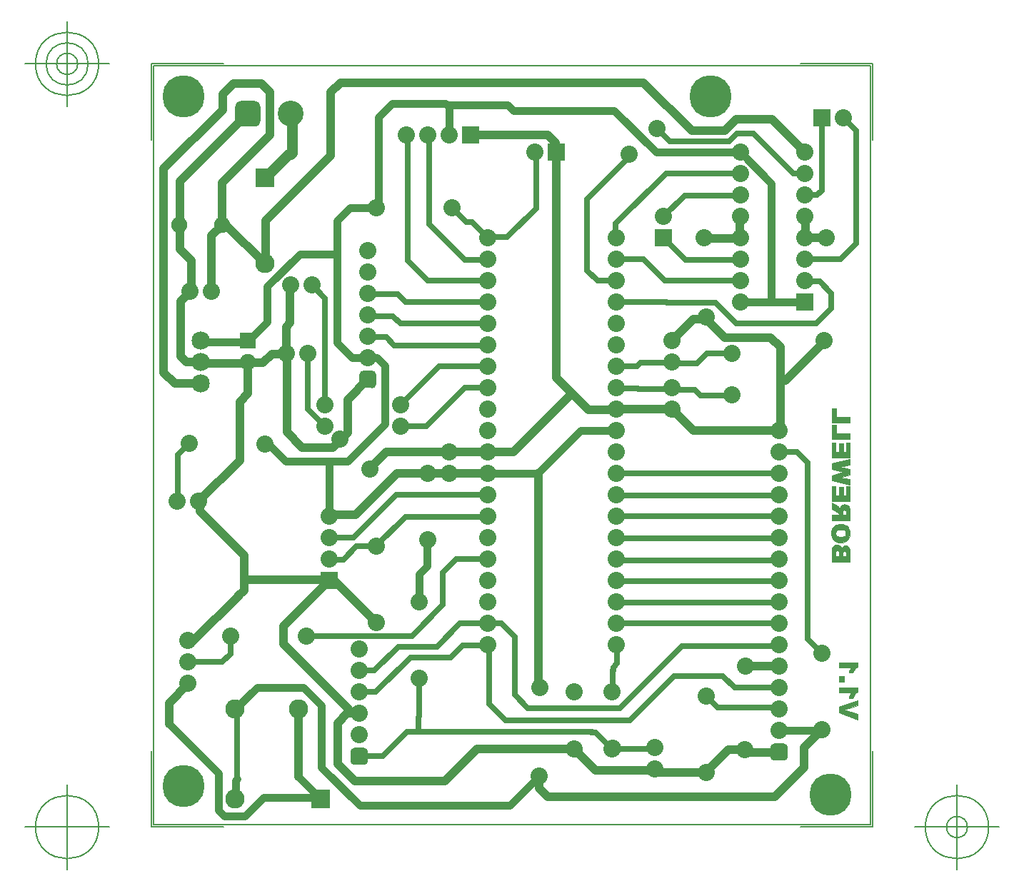
<source format=gbr>
G04 Generated by Ultiboard 14.3 *
%FSLAX33Y33*%
%MOMM*%

%ADD10C,0.001*%
%ADD11C,1.016*%
%ADD12C,0.635*%
%ADD13C,0.001*%
%ADD14C,0.889*%
%ADD15C,1.270*%
%ADD16C,0.127*%
%ADD17C,0.200*%
%ADD18C,0.90000*%
%ADD19C,0.90000*%
%ADD20C,1.29108*%
%ADD21C,0.99492*%
%ADD22C,5.000*%
%ADD23C,2.032*%
%ADD24C,2.286*%
%ADD25R,2.032X2.032*%
%ADD26R,2.286X2.286*%
%ADD27C,2.159*%
%ADD28C,3.048*%
%ADD29C,1.905*%
%ADD30R,1.905X1.905*%


G04 ColorRGB 0000FF for the following layer *
%LNCopper Bottom*%
%LPD*%
G54D10*
G54D11*
X73613Y3353D02*
X46711Y3353D01*
X45695Y4369D01*
X45695Y5893D01*
X77089Y6828D02*
X73613Y3353D01*
X59436Y6604D02*
X59842Y6198D01*
X65481Y6198D01*
X68174Y8890D01*
X77089Y9161D02*
X77089Y6828D01*
X68174Y8890D02*
X70171Y8890D01*
X79248Y11320D02*
X77089Y9161D01*
X74168Y11176D02*
X73939Y11405D01*
X17129Y13589D02*
X17094Y13624D01*
X17152Y13716D02*
X17094Y13658D01*
X17094Y13624D01*
X45796Y16332D02*
X45593Y16535D01*
X45593Y41580D01*
X45720Y16157D02*
X45796Y16233D01*
X45796Y16332D01*
X10719Y31953D02*
X10719Y27813D01*
X10008Y27102D01*
X39624Y41656D02*
X39675Y41707D01*
X45517Y41656D02*
X45593Y41580D01*
X39624Y44196D02*
X39700Y44272D01*
X45796Y81788D02*
X37592Y81788D01*
X39624Y44196D02*
X42697Y44196D01*
X49638Y51137D01*
X54839Y49251D02*
X51524Y49251D01*
X61468Y49276D02*
X54864Y49276D01*
X61468Y49276D02*
X64008Y46736D01*
X10719Y29058D02*
X20612Y29058D01*
X64008Y46736D02*
X74168Y46736D01*
X21505Y28931D02*
X20739Y28931D01*
X20612Y29058D01*
X74168Y46736D02*
X74295Y46863D01*
X74295Y56648D01*
X26416Y24020D02*
X21505Y28931D01*
X74930Y52730D02*
X79629Y57429D01*
X74930Y52730D02*
X74295Y52730D01*
X74295Y56648D02*
X73184Y57760D01*
X67742Y57760D02*
X73184Y57760D01*
X64033Y59969D02*
X65532Y59969D01*
X67742Y57760D02*
X65532Y59969D01*
X61468Y57404D02*
X64033Y59969D01*
X77216Y69596D02*
X79781Y69596D01*
X77216Y69596D02*
X77267Y69647D01*
X77267Y72085D01*
X69545Y69545D02*
X65430Y69545D01*
X77216Y72136D02*
X77267Y72085D01*
X69545Y72085D02*
X69545Y69581D01*
X69596Y69596D02*
X69545Y69545D01*
X69596Y72136D02*
X69545Y72085D01*
X65532Y6240D02*
X65608Y6164D01*
X52400Y6502D02*
X59563Y6502D01*
X49860Y9042D02*
X52400Y6502D01*
X70180Y8880D02*
X70501Y8560D01*
X74092Y8560D01*
X70129Y9125D02*
X70180Y9074D01*
X70180Y8880D01*
X74168Y8636D02*
X74320Y8484D01*
X74168Y8636D02*
X74092Y8560D01*
X74117Y18847D02*
X70129Y18847D01*
X74168Y18796D02*
X74117Y18847D01*
X14021Y55855D02*
X15755Y55855D01*
X12979Y54813D02*
X14021Y55855D01*
X11214Y54813D02*
X12979Y54813D01*
X5690Y54762D02*
X11163Y54762D01*
X11214Y54813D01*
X5588Y54864D02*
X3912Y54864D01*
X5588Y54864D02*
X5690Y54762D01*
X4521Y66929D02*
X4521Y63030D01*
X3150Y68301D02*
X4521Y66929D01*
X3150Y71018D02*
X3150Y68301D01*
X3150Y76302D02*
X3150Y71209D01*
X3048Y71120D02*
X3150Y71018D01*
X11176Y84328D02*
X3150Y76302D01*
X25121Y52857D02*
X25280Y52698D01*
X25298Y52730D02*
X25298Y52705D01*
X13284Y66624D02*
X13284Y71653D01*
X13208Y66548D02*
X8661Y71095D01*
X13208Y66548D02*
X13284Y66624D01*
X8661Y71095D02*
X8141Y71095D01*
X6883Y63271D02*
X6883Y69875D01*
X6858Y63246D02*
X6883Y63271D01*
X21019Y79388D02*
X21019Y86889D01*
X22141Y88011D01*
X13284Y71653D02*
X21019Y79388D01*
X16256Y64008D02*
X16205Y63957D01*
X16205Y59538D01*
X15723Y59055D01*
X15723Y55905D02*
X15723Y59055D01*
X9500Y87960D02*
X8179Y86639D01*
X9500Y87960D02*
X12751Y87960D01*
X8179Y84797D02*
X8179Y86639D01*
X5563Y52349D02*
X2501Y52349D01*
X6883Y69875D02*
X8122Y71114D01*
X8122Y76168D02*
X8122Y71114D01*
X13792Y81839D02*
X13792Y86919D01*
X8122Y76168D02*
X13792Y81839D01*
X13792Y86919D02*
X12751Y87960D01*
X5334Y38354D02*
X10211Y43231D01*
X10211Y50190D01*
X11201Y51181D01*
X11176Y54864D02*
X11201Y54839D01*
X11201Y51181D02*
X11201Y54839D01*
X5461Y37211D02*
X5461Y38075D01*
X5461Y37211D02*
X10719Y31953D01*
X4729Y21844D02*
X10135Y27249D01*
X4729Y21844D02*
X4064Y21844D01*
X47727Y79731D02*
X47727Y53048D01*
X51524Y49251D01*
X47752Y79756D02*
X47676Y79832D01*
X47676Y80886D01*
X46749Y81813D01*
X45796Y81788D02*
X45822Y81813D01*
X46749Y81813D01*
X15723Y55905D02*
X15799Y55829D01*
X15799Y46584D02*
X15799Y55829D01*
X25400Y52832D02*
X23012Y50444D01*
X23012Y46518D01*
X17643Y44739D02*
X15799Y46584D01*
X23012Y46518D02*
X21234Y44739D01*
X17643Y44739D01*
X25552Y42240D02*
X27584Y44272D01*
X39700Y44272D01*
X22936Y13208D02*
X21819Y12090D01*
X22936Y13208D02*
X24384Y13208D01*
X21819Y12090D02*
X21819Y7239D01*
X15418Y23597D02*
X20726Y28905D01*
X20828Y28956D02*
X20777Y28905D01*
X20726Y28905D01*
X1829Y12014D02*
X1829Y14427D01*
X4089Y16688D01*
X23165Y13284D02*
X23089Y13360D01*
X23089Y13792D02*
X15418Y21463D01*
X24384Y13582D02*
X24086Y13284D01*
X24384Y13582D02*
X24384Y13208D01*
X24086Y13284D02*
X23165Y13284D01*
X15418Y21463D02*
X15418Y23597D01*
X23089Y13792D02*
X23089Y13360D01*
X22141Y88011D02*
X58084Y88011D01*
X63794Y82301D02*
X58084Y88011D01*
X67702Y82301D02*
X63794Y82301D01*
X73287Y83711D02*
X69112Y83711D01*
X77216Y79781D02*
X73287Y83711D01*
X69112Y83711D02*
X67702Y82301D01*
X3200Y62128D02*
X3200Y55575D01*
X4318Y63246D02*
X3200Y62128D01*
X3912Y54864D02*
X3200Y55575D01*
X1219Y53631D02*
X1219Y77837D01*
X1219Y53631D02*
X2501Y52349D01*
X8179Y84797D02*
X1219Y77837D01*
X23933Y36754D02*
X28886Y41707D01*
X23933Y36754D02*
X20879Y36754D01*
X28886Y41707D02*
X39675Y41707D01*
X17170Y13769D02*
X17170Y5690D01*
X38329Y9042D02*
X49860Y9042D01*
X23831Y5227D02*
X34513Y5227D01*
X23831Y5227D02*
X21819Y7239D01*
X34513Y5227D02*
X38329Y9042D01*
G54D12*
X27178Y8128D02*
X24384Y8128D01*
X27178Y8128D02*
X30074Y11024D01*
X52400Y10998D02*
X54381Y9017D01*
X59309Y9017D01*
X59436Y9144D02*
X59309Y9017D01*
X31369Y12751D02*
X31369Y11074D01*
X30074Y11024D02*
X51968Y11024D01*
X41732Y12395D02*
X39751Y14376D01*
X41732Y12395D02*
X56490Y12395D01*
X52400Y10998D02*
X51880Y10998D01*
X61747Y17653D02*
X56490Y12395D01*
X31496Y12878D02*
X31369Y12751D01*
X31496Y12878D02*
X31496Y17416D01*
X39751Y21209D02*
X39751Y14376D01*
X42799Y15443D02*
X44374Y13868D01*
X55245Y13868D01*
X62611Y21234D01*
X65542Y15240D02*
X66888Y13894D01*
X74193Y13894D01*
X74244Y13843D01*
X74168Y13716D02*
X74244Y13792D01*
X74244Y13843D01*
X26340Y15748D02*
X24384Y15748D01*
X26340Y15748D02*
X30455Y19863D01*
X42799Y22327D02*
X42799Y15443D01*
X54356Y15748D02*
X54432Y15824D01*
X54432Y18313D01*
X68885Y16256D02*
X74168Y16256D01*
X68885Y16256D02*
X67488Y17653D01*
X26187Y18288D02*
X24384Y18288D01*
X26187Y18288D02*
X29007Y21107D01*
X54458Y18313D02*
X54432Y18313D01*
X54458Y18313D02*
X54483Y18339D01*
X54483Y18682D02*
X54483Y18339D01*
X67488Y17653D02*
X61747Y17653D01*
X30455Y19863D02*
X35230Y19863D01*
X36652Y21285D02*
X35230Y19863D01*
X54966Y19164D02*
X54966Y21400D01*
X54966Y19164D02*
X54483Y18682D01*
X29007Y21107D02*
X33581Y21107D01*
X36349Y23876D02*
X33581Y21107D01*
X36652Y21285D02*
X38807Y21285D01*
X38858Y21336D02*
X39624Y21336D01*
X38858Y21336D02*
X38807Y21285D01*
X41250Y23876D02*
X42799Y22327D01*
X39624Y21336D02*
X39751Y21209D01*
X54864Y21336D02*
X54940Y21412D01*
X62611Y21234D02*
X74066Y21234D01*
X74168Y21336D01*
X36349Y23876D02*
X41250Y23876D01*
X39649Y23851D02*
X39649Y23800D01*
X39599Y23749D02*
X39649Y23800D01*
X39624Y23876D02*
X39649Y23851D01*
X54908Y23879D02*
X74212Y23879D01*
X54908Y26343D02*
X74212Y26343D01*
X35865Y31496D02*
X34315Y29947D01*
X54966Y28903D02*
X74270Y28903D01*
X20828Y31496D02*
X20879Y31445D01*
X22479Y31445D01*
X24054Y33020D01*
X35865Y31496D02*
X39624Y31496D01*
X39649Y31521D02*
X39624Y31496D01*
X54966Y31367D02*
X74270Y31367D01*
X20828Y34036D02*
X20853Y34061D01*
X24054Y33020D02*
X26340Y33020D01*
X29870Y36551D01*
X55068Y33983D02*
X74372Y33983D01*
X29870Y36551D02*
X39599Y36551D01*
X39624Y36576D01*
X54788Y36601D02*
X74092Y36601D01*
X54788Y39065D02*
X74092Y39065D01*
X54864Y41656D02*
X54889Y41681D01*
X74193Y41681D01*
X74168Y41656D02*
X74193Y41681D01*
X20320Y47254D02*
X20259Y47193D01*
X29320Y47244D02*
X32343Y47244D01*
X36915Y51816D01*
X29295Y49784D02*
X33892Y54381D01*
X36915Y51816D02*
X39624Y51816D01*
X54864Y51816D02*
X54915Y51765D01*
X57429Y51765D01*
X57480Y51714D01*
X61417Y51714D01*
X61468Y51765D01*
X61468Y51816D01*
X61722Y51562D01*
X64186Y51562D01*
X64821Y50927D01*
X68495Y50927D01*
X68580Y51012D02*
X68495Y50927D01*
X33892Y54381D02*
X39599Y54381D01*
X39624Y54356D01*
X54864Y54356D02*
X54889Y54381D01*
X57328Y54381D01*
X57760Y54813D01*
X57760Y54813D02*
X61417Y54813D01*
X61468Y54864D02*
X61417Y54813D01*
X61570Y54762D02*
X64465Y54762D01*
X61468Y54864D02*
X61570Y54762D01*
X64465Y54762D02*
X65583Y55880D01*
X68580Y55880D01*
X25400Y57912D02*
X25476Y57836D01*
X27584Y57836D01*
X28550Y56871D01*
X39599Y56871D01*
X39624Y56896D02*
X39599Y56871D01*
X25400Y60452D02*
X25502Y60350D01*
X28346Y60350D01*
X39624Y59436D02*
X29261Y59436D01*
X28346Y60350D01*
X29887Y62001D02*
X28973Y62916D01*
X39599Y62001D02*
X29887Y62001D01*
X39599Y62001D02*
X39624Y61976D01*
X25400Y62992D02*
X25476Y62916D01*
X28973Y62916D01*
X52654Y64516D02*
X51410Y65761D01*
X52654Y64516D02*
X54864Y64516D01*
X77216Y64516D02*
X77267Y64465D01*
X78960Y64465D01*
X32664Y71222D02*
X36881Y67005D01*
X39675Y67005D01*
X39624Y67056D02*
X39675Y67005D01*
X58063Y67056D02*
X54864Y67056D01*
X60436Y69596D02*
X63052Y66980D01*
X69520Y66980D01*
X69596Y67056D02*
X69520Y66980D01*
X77216Y67056D02*
X77267Y67107D01*
X81424Y67107D01*
X37795Y71476D02*
X39624Y69647D01*
X39639Y69647D02*
X39649Y69621D01*
X39624Y69647D02*
X39639Y69647D01*
X32664Y71222D02*
X32664Y81636D01*
X35416Y73152D02*
X37092Y71476D01*
X37795Y71476D01*
X60436Y72136D02*
X62951Y74651D01*
X62951Y74651D02*
X69571Y74651D01*
X69596Y74676D02*
X69571Y74651D01*
X62509Y77241D02*
X69571Y77241D01*
X75895Y77216D02*
X71145Y81966D01*
X69596Y77216D02*
X69571Y77241D01*
X75895Y77216D02*
X77216Y77216D01*
X29972Y81788D02*
X30099Y81661D01*
X32512Y81788D02*
X32664Y81636D01*
X60808Y61976D02*
X54864Y61976D01*
X60808Y61976D02*
X60884Y61900D01*
X78566Y59461D02*
X80366Y61261D01*
X78960Y64465D02*
X80366Y63060D01*
X80366Y61261D01*
X20320Y49794D02*
X20345Y49819D01*
X18796Y64008D02*
X20345Y62459D01*
X20345Y49819D02*
X20345Y62459D01*
X20371Y47203D02*
X18263Y49311D01*
X18288Y55880D02*
X18263Y55855D01*
X18263Y49311D02*
X18263Y55855D01*
X4208Y45212D02*
X2870Y43874D01*
X2870Y38332D01*
X2832Y38316D01*
X2794Y38354D01*
X8161Y19305D02*
X4065Y19305D01*
X9161Y22345D02*
X9161Y20305D01*
X8161Y19305D01*
X20625Y22352D02*
X18144Y22352D01*
X20625Y22352D02*
X20701Y22428D01*
X23385Y22428D01*
X30662Y22433D02*
X34315Y26086D01*
X34315Y29947D02*
X34315Y26086D01*
X23389Y22433D02*
X30662Y22433D01*
X39624Y69596D02*
X39726Y69698D01*
X41910Y69698D01*
X45339Y73127D01*
X45339Y79769D01*
X45301Y79807D01*
X45212Y79756D02*
X45263Y79807D01*
X45301Y79807D01*
X60603Y64516D02*
X69596Y64516D01*
X58063Y67056D02*
X60603Y64516D01*
X54864Y69596D02*
X54813Y69647D01*
X54813Y71298D01*
X60782Y77267D01*
X62776Y77267D01*
X81813Y83855D02*
X81813Y83820D01*
X83287Y82347D02*
X83287Y68969D01*
X83287Y82347D02*
X81813Y83820D01*
X83287Y68969D02*
X81424Y67107D01*
X79248Y75260D02*
X78664Y74676D01*
X77216Y74676D01*
X79248Y75260D02*
X79248Y83820D01*
X56617Y79426D02*
X51410Y74219D01*
X51410Y65761D02*
X51410Y74219D01*
X9881Y13487D02*
X9881Y5436D01*
X59690Y82550D02*
X61196Y81044D01*
X69147Y81966D02*
X68225Y81044D01*
X61196Y81044D01*
X71145Y81966D02*
X69147Y81966D01*
X77546Y22032D02*
X79258Y20320D01*
X76302Y44196D02*
X77546Y42951D01*
X76302Y44196D02*
X74168Y44196D01*
X77546Y42951D02*
X77546Y22032D01*
X28778Y39116D02*
X23724Y34061D01*
X20853Y34061D02*
X23724Y34061D01*
X39624Y39116D02*
X28778Y39116D01*
X66650Y61900D02*
X69088Y59461D01*
X78566Y59461D01*
X60884Y61900D02*
X66650Y61900D01*
X30099Y66929D02*
X32512Y64516D01*
X39624Y64516D01*
X30099Y66929D02*
X30099Y81661D01*
G54D13*
G36*
X23368Y7562D02*
X23368Y8694D01*
X25400Y8694D01*
X25400Y7562D01*
X23368Y7562D01*
G37*
G36*
X23818Y7112D02*
X23818Y9144D01*
X24950Y9144D01*
X24950Y7112D01*
X23818Y7112D01*
G37*
G36*
X81908Y13663D02*
X81908Y13663D01*
X83454Y13180D01*
X83454Y12486D01*
X81908Y13663D01*
D02*
G37*
X83454Y13180D01*
X83454Y12486D01*
X81908Y13663D01*
G36*
X81908Y13663D01*
X83454Y12486D01*
X81306Y13297D01*
X81908Y13663D01*
D02*
G37*
X83454Y12486D01*
X81306Y13297D01*
X81908Y13663D01*
G36*
X81908Y13663D01*
X81306Y13297D01*
X83454Y14814D01*
X81908Y13663D01*
D02*
G37*
X81306Y13297D01*
X83454Y14814D01*
X81908Y13663D01*
G36*
X81908Y13663D01*
X83454Y14814D01*
X83454Y14140D01*
X81908Y13663D01*
D02*
G37*
X83454Y14814D01*
X83454Y14140D01*
X81908Y13663D01*
G36*
X83454Y14814D02*
X83454Y14814D01*
X81306Y13297D01*
X81306Y14017D01*
X83454Y14814D01*
D02*
G37*
X81306Y13297D01*
X81306Y14017D01*
X83454Y14814D01*
G36*
X82637Y15539D02*
X82637Y15539D01*
X82915Y15056D01*
X82557Y15399D01*
X82637Y15539D01*
D02*
G37*
X82915Y15056D01*
X82557Y15399D01*
X82637Y15539D01*
G36*
X82915Y15056D02*
X82915Y15056D01*
X82637Y15539D01*
X82738Y15683D01*
X82915Y15056D01*
D02*
G37*
X82637Y15539D01*
X82738Y15683D01*
X82915Y15056D01*
G36*
X82738Y15683D02*
X82738Y15683D01*
X83023Y15326D01*
X82915Y15056D01*
X82738Y15683D01*
D02*
G37*
X83023Y15326D01*
X82915Y15056D01*
X82738Y15683D01*
G36*
X83023Y15326D02*
X83023Y15326D01*
X82738Y15683D01*
X83490Y16286D01*
X83023Y15326D01*
D02*
G37*
X82738Y15683D01*
X83490Y16286D01*
X83023Y15326D01*
G36*
X83490Y16286D02*
X83490Y16286D01*
X83151Y15529D01*
X83023Y15326D01*
X83490Y16286D01*
D02*
G37*
X83151Y15529D01*
X83023Y15326D01*
X83490Y16286D01*
G36*
X83151Y15529D02*
X83151Y15529D01*
X83490Y16286D01*
X83304Y15679D01*
X83151Y15529D01*
D02*
G37*
X83490Y16286D01*
X83304Y15679D01*
X83151Y15529D01*
G36*
X82915Y15056D02*
X82915Y15056D01*
X82425Y15056D01*
X82490Y15245D01*
X82915Y15056D01*
D02*
G37*
X82425Y15056D01*
X82490Y15245D01*
X82915Y15056D01*
G36*
X82915Y15056D01*
X82490Y15245D01*
X82557Y15399D01*
X82915Y15056D01*
D02*
G37*
X82490Y15245D01*
X82557Y15399D01*
X82915Y15056D01*
G36*
X81306Y15683D02*
X81306Y15683D01*
X81306Y16286D01*
X83490Y16286D01*
X81306Y15683D01*
D02*
G37*
X81306Y16286D01*
X83490Y16286D01*
X81306Y15683D01*
G36*
X81306Y15683D01*
X83490Y16286D01*
X82738Y15683D01*
X81306Y15683D01*
D02*
G37*
X83490Y16286D01*
X82738Y15683D01*
X81306Y15683D01*
G36*
X83304Y15679D02*
X83304Y15679D01*
X83490Y16286D01*
X83490Y15792D01*
X83304Y15679D01*
D02*
G37*
X83490Y16286D01*
X83490Y15792D01*
X83304Y15679D01*
G36*
X81904Y16994D02*
X81904Y16994D01*
X81306Y16994D01*
X81306Y17631D01*
X81904Y16994D01*
D02*
G37*
X81306Y16994D01*
X81306Y17631D01*
X81904Y16994D01*
G36*
X81904Y16994D01*
X81306Y17631D01*
X81904Y17631D01*
X81904Y16994D01*
D02*
G37*
X81306Y17631D01*
X81904Y17631D01*
X81904Y16994D01*
G36*
X82637Y18539D02*
X82637Y18539D01*
X82915Y18056D01*
X82557Y18399D01*
X82637Y18539D01*
D02*
G37*
X82915Y18056D01*
X82557Y18399D01*
X82637Y18539D01*
G36*
X82915Y18056D02*
X82915Y18056D01*
X82637Y18539D01*
X82738Y18683D01*
X82915Y18056D01*
D02*
G37*
X82637Y18539D01*
X82738Y18683D01*
X82915Y18056D01*
G36*
X82738Y18683D02*
X82738Y18683D01*
X83023Y18326D01*
X82915Y18056D01*
X82738Y18683D01*
D02*
G37*
X83023Y18326D01*
X82915Y18056D01*
X82738Y18683D01*
G36*
X83023Y18326D02*
X83023Y18326D01*
X82738Y18683D01*
X83490Y19286D01*
X83023Y18326D01*
D02*
G37*
X82738Y18683D01*
X83490Y19286D01*
X83023Y18326D01*
G36*
X83490Y19286D02*
X83490Y19286D01*
X83151Y18529D01*
X83023Y18326D01*
X83490Y19286D01*
D02*
G37*
X83151Y18529D01*
X83023Y18326D01*
X83490Y19286D01*
G36*
X83151Y18529D02*
X83151Y18529D01*
X83490Y19286D01*
X83304Y18679D01*
X83151Y18529D01*
D02*
G37*
X83490Y19286D01*
X83304Y18679D01*
X83151Y18529D01*
G36*
X82915Y18056D02*
X82915Y18056D01*
X82425Y18056D01*
X82490Y18245D01*
X82915Y18056D01*
D02*
G37*
X82425Y18056D01*
X82490Y18245D01*
X82915Y18056D01*
G36*
X82915Y18056D01*
X82490Y18245D01*
X82557Y18399D01*
X82915Y18056D01*
D02*
G37*
X82490Y18245D01*
X82557Y18399D01*
X82915Y18056D01*
G36*
X81306Y18683D02*
X81306Y18683D01*
X81306Y19286D01*
X83490Y19286D01*
X81306Y18683D01*
D02*
G37*
X81306Y19286D01*
X83490Y19286D01*
X81306Y18683D01*
G36*
X81306Y18683D01*
X83490Y19286D01*
X82738Y18683D01*
X81306Y18683D01*
D02*
G37*
X83490Y19286D01*
X82738Y18683D01*
X81306Y18683D01*
G36*
X83304Y18679D02*
X83304Y18679D01*
X83490Y19286D01*
X83490Y18792D01*
X83304Y18679D01*
D02*
G37*
X83490Y19286D01*
X83490Y18792D01*
X83304Y18679D01*
G36*
X73152Y8070D02*
X73152Y9202D01*
X75184Y9202D01*
X75184Y8070D01*
X73152Y8070D01*
G37*
G36*
X73602Y7620D02*
X73602Y9652D01*
X74734Y9652D01*
X74734Y7620D01*
X73602Y7620D01*
G37*
G36*
X9652Y83450D02*
X9652Y85206D01*
X12700Y85206D01*
X12700Y83450D01*
X9652Y83450D01*
G37*
G36*
X10298Y82804D02*
X10298Y85852D01*
X12054Y85852D01*
X12054Y82804D01*
X10298Y82804D01*
G37*
G36*
X82539Y31238D02*
X82539Y31238D01*
X80392Y31238D01*
X80853Y31908D01*
X82539Y31238D01*
D02*
G37*
X80392Y31238D01*
X80853Y31908D01*
X82539Y31238D01*
G36*
X82539Y31238D01*
X80853Y31908D01*
X81288Y31908D01*
X82539Y31238D01*
D02*
G37*
X80853Y31908D01*
X81288Y31908D01*
X82539Y31238D01*
G36*
X82539Y31238D01*
X81288Y31908D01*
X81697Y31908D01*
X82539Y31238D01*
D02*
G37*
X81288Y31908D01*
X81697Y31908D01*
X82539Y31238D01*
G36*
X82539Y31238D01*
X81697Y31908D01*
X82104Y31908D01*
X82539Y31238D01*
D02*
G37*
X81697Y31908D01*
X82104Y31908D01*
X82539Y31238D01*
G36*
X82539Y31238D01*
X82104Y31908D01*
X82114Y33113D01*
X82539Y31238D01*
D02*
G37*
X82104Y31908D01*
X82114Y33113D01*
X82539Y31238D01*
G36*
X82539Y31238D01*
X82114Y33113D01*
X82304Y33030D01*
X82539Y31238D01*
D02*
G37*
X82114Y33113D01*
X82304Y33030D01*
X82539Y31238D01*
G36*
X82539Y31238D01*
X82304Y33030D01*
X82386Y32957D01*
X82539Y31238D01*
D02*
G37*
X82304Y33030D01*
X82386Y32957D01*
X82539Y31238D01*
G36*
X82539Y31238D01*
X82386Y32957D01*
X82453Y32865D01*
X82539Y31238D01*
D02*
G37*
X82386Y32957D01*
X82453Y32865D01*
X82539Y31238D01*
G36*
X82539Y31238D01*
X82453Y32865D01*
X82530Y32627D01*
X82539Y31238D01*
D02*
G37*
X82453Y32865D01*
X82530Y32627D01*
X82539Y31238D01*
G36*
X82539Y31238D01*
X82530Y32627D01*
X82539Y32480D01*
X82539Y31238D01*
D02*
G37*
X82530Y32627D01*
X82539Y32480D01*
X82539Y31238D01*
G36*
X81697Y31908D02*
X81697Y31908D01*
X81288Y31908D01*
X81343Y33114D01*
X81697Y31908D01*
D02*
G37*
X81288Y31908D01*
X81343Y33114D01*
X81697Y31908D01*
G36*
X81697Y31908D01*
X81343Y33114D01*
X81406Y33052D01*
X81697Y31908D01*
D02*
G37*
X81343Y33114D01*
X81406Y33052D01*
X81697Y31908D01*
G36*
X81697Y31908D01*
X81406Y33052D01*
X81502Y32882D01*
X81697Y31908D01*
D02*
G37*
X81406Y33052D01*
X81502Y32882D01*
X81697Y31908D01*
G36*
X81697Y31908D01*
X81502Y32882D01*
X81535Y32773D01*
X81697Y31908D01*
D02*
G37*
X81502Y32882D01*
X81535Y32773D01*
X81697Y31908D01*
G36*
X81697Y31908D01*
X81535Y32773D01*
X81597Y32907D01*
X81697Y31908D01*
D02*
G37*
X81535Y32773D01*
X81597Y32907D01*
X81697Y31908D01*
G36*
X81697Y31908D01*
X81597Y32907D01*
X81678Y33005D01*
X81697Y31908D01*
D02*
G37*
X81597Y32907D01*
X81678Y33005D01*
X81697Y31908D01*
G36*
X81697Y31908D01*
X81678Y33005D01*
X81697Y32196D01*
X81697Y31908D01*
D02*
G37*
X81678Y33005D01*
X81697Y32196D01*
X81697Y31908D01*
G36*
X80853Y31908D02*
X80853Y31908D01*
X80392Y31238D01*
X80399Y32495D01*
X80853Y31908D01*
D02*
G37*
X80392Y31238D01*
X80399Y32495D01*
X80853Y31908D01*
G36*
X80853Y31908D01*
X80399Y32495D01*
X80421Y32681D01*
X80853Y31908D01*
D02*
G37*
X80399Y32495D01*
X80421Y32681D01*
X80853Y31908D01*
G36*
X80853Y31908D01*
X80421Y32681D01*
X80450Y32828D01*
X80853Y31908D01*
D02*
G37*
X80421Y32681D01*
X80450Y32828D01*
X80853Y31908D01*
G36*
X80853Y31908D01*
X80450Y32828D01*
X80492Y32933D01*
X80853Y31908D01*
D02*
G37*
X80450Y32828D01*
X80492Y32933D01*
X80853Y31908D01*
G36*
X80853Y31908D01*
X80492Y32933D01*
X80583Y33054D01*
X80853Y31908D01*
D02*
G37*
X80492Y32933D01*
X80583Y33054D01*
X80853Y31908D01*
G36*
X80853Y31908D01*
X80583Y33054D01*
X80703Y33146D01*
X80853Y31908D01*
D02*
G37*
X80583Y33054D01*
X80703Y33146D01*
X80853Y31908D01*
G36*
X80853Y31908D01*
X80703Y33146D01*
X80844Y33204D01*
X80853Y31908D01*
D02*
G37*
X80703Y33146D01*
X80844Y33204D01*
X80853Y31908D01*
G36*
X80853Y31908D01*
X80844Y33204D01*
X80853Y32246D01*
X80853Y31908D01*
D02*
G37*
X80844Y33204D01*
X80853Y32246D01*
X80853Y31908D01*
G36*
X82114Y33113D02*
X82114Y33113D01*
X82104Y31908D01*
X82104Y32201D01*
X82114Y33113D01*
D02*
G37*
X82104Y31908D01*
X82104Y32201D01*
X82114Y33113D01*
G36*
X82114Y33113D01*
X82104Y32201D01*
X82091Y32329D01*
X82114Y33113D01*
D02*
G37*
X82104Y32201D01*
X82091Y32329D01*
X82114Y33113D01*
G36*
X82114Y33113D01*
X82091Y32329D01*
X82052Y32412D01*
X82114Y33113D01*
D02*
G37*
X82091Y32329D01*
X82052Y32412D01*
X82114Y33113D01*
G36*
X82114Y33113D01*
X82052Y32412D01*
X82005Y33124D01*
X82114Y33113D01*
D02*
G37*
X82052Y32412D01*
X82005Y33124D01*
X82114Y33113D01*
G36*
X81989Y32458D02*
X81989Y32458D01*
X81905Y32473D01*
X81913Y33116D01*
X81989Y32458D01*
D02*
G37*
X81905Y32473D01*
X81913Y33116D01*
X81989Y32458D01*
G36*
X81989Y32458D01*
X81913Y33116D01*
X82005Y33124D01*
X81989Y32458D01*
D02*
G37*
X81913Y33116D01*
X82005Y33124D01*
X81989Y32458D01*
G36*
X81989Y32458D01*
X82005Y33124D01*
X82052Y32412D01*
X81989Y32458D01*
D02*
G37*
X82005Y33124D01*
X82052Y32412D01*
X81989Y32458D01*
G36*
X81816Y32458D02*
X81816Y32458D01*
X81913Y33116D01*
X81905Y32473D01*
X81816Y32458D01*
D02*
G37*
X81913Y33116D01*
X81905Y32473D01*
X81816Y32458D01*
G36*
X81913Y33116D02*
X81913Y33116D01*
X81816Y32458D01*
X81751Y32412D01*
X81913Y33116D01*
D02*
G37*
X81816Y32458D01*
X81751Y32412D01*
X81913Y33116D01*
G36*
X81751Y32412D02*
X81751Y32412D01*
X81750Y33057D01*
X81913Y33116D01*
X81751Y32412D01*
D02*
G37*
X81750Y33057D01*
X81913Y33116D01*
X81751Y32412D01*
G36*
X81750Y33057D02*
X81750Y33057D01*
X81751Y32412D01*
X81710Y32328D01*
X81750Y33057D01*
D02*
G37*
X81751Y32412D01*
X81710Y32328D01*
X81750Y33057D01*
G36*
X81710Y32328D02*
X81710Y32328D01*
X81697Y32196D01*
X81750Y33057D01*
X81710Y32328D01*
D02*
G37*
X81697Y32196D01*
X81750Y33057D01*
X81710Y32328D01*
G36*
X81288Y32245D02*
X81288Y32245D01*
X81343Y33114D01*
X81288Y31908D01*
X81288Y32245D01*
D02*
G37*
X81343Y33114D01*
X81288Y31908D01*
X81288Y32245D01*
G36*
X81343Y33114D02*
X81343Y33114D01*
X81288Y32245D01*
X81274Y32393D01*
X81343Y33114D01*
D02*
G37*
X81288Y32245D01*
X81274Y32393D01*
X81343Y33114D01*
G36*
X81274Y32393D02*
X81274Y32393D01*
X81271Y33162D01*
X81343Y33114D01*
X81274Y32393D01*
D02*
G37*
X81271Y33162D01*
X81343Y33114D01*
X81274Y32393D01*
G36*
X81271Y33162D02*
X81271Y33162D01*
X81274Y32393D01*
X81231Y32489D01*
X81271Y33162D01*
D02*
G37*
X81274Y32393D01*
X81231Y32489D01*
X81271Y33162D01*
G36*
X81231Y32489D02*
X81231Y32489D01*
X81163Y32541D01*
X81271Y33162D01*
X81231Y32489D01*
D02*
G37*
X81163Y32541D01*
X81271Y33162D01*
X81231Y32489D01*
G36*
X81163Y32541D02*
X81163Y32541D01*
X81101Y33216D01*
X81271Y33162D01*
X81163Y32541D01*
D02*
G37*
X81101Y33216D01*
X81271Y33162D01*
X81163Y32541D01*
G36*
X81101Y33216D02*
X81101Y33216D01*
X81163Y32541D01*
X81078Y32558D01*
X81101Y33216D01*
D02*
G37*
X81163Y32541D01*
X81078Y32558D01*
X81101Y33216D01*
G36*
X81078Y32558D02*
X81078Y32558D01*
X81003Y33223D01*
X81101Y33216D01*
X81078Y32558D01*
D02*
G37*
X81003Y33223D01*
X81101Y33216D01*
X81078Y32558D01*
G36*
X81003Y33223D02*
X81003Y33223D01*
X81078Y32558D01*
X80985Y32541D01*
X81003Y33223D01*
D02*
G37*
X81078Y32558D01*
X80985Y32541D01*
X81003Y33223D01*
G36*
X80985Y32541D02*
X80985Y32541D01*
X80914Y32488D01*
X81003Y33223D01*
X80985Y32541D01*
D02*
G37*
X80914Y32488D01*
X81003Y33223D01*
X80985Y32541D01*
G36*
X80869Y32392D02*
X80869Y32392D01*
X80853Y32246D01*
X80844Y33204D01*
X80869Y32392D01*
D02*
G37*
X80853Y32246D01*
X80844Y33204D01*
X80869Y32392D01*
G36*
X80869Y32392D01*
X80844Y33204D01*
X81003Y33223D01*
X80869Y32392D01*
D02*
G37*
X80844Y33204D01*
X81003Y33223D01*
X80869Y32392D01*
G36*
X80869Y32392D01*
X81003Y33223D01*
X80914Y32488D01*
X80869Y32392D01*
D02*
G37*
X81003Y33223D01*
X80914Y32488D01*
X80869Y32392D01*
G36*
X81750Y33057D02*
X81750Y33057D01*
X81697Y32196D01*
X81678Y33005D01*
X81750Y33057D01*
D02*
G37*
X81697Y32196D01*
X81678Y33005D01*
X81750Y33057D01*
G36*
X80399Y32495D02*
X80399Y32495D01*
X80392Y31238D01*
X80392Y32384D01*
X80399Y32495D01*
D02*
G37*
X80392Y31238D01*
X80392Y32384D01*
X80399Y32495D01*
G36*
X82074Y34594D02*
X82074Y34594D01*
X82122Y33652D01*
X82065Y34499D01*
X82074Y34594D01*
D02*
G37*
X82122Y33652D01*
X82065Y34499D01*
X82074Y34594D01*
G36*
X82122Y33652D02*
X82122Y33652D01*
X82074Y34594D01*
X82130Y35549D01*
X82122Y33652D01*
D02*
G37*
X82074Y34594D01*
X82130Y35549D01*
X82122Y33652D01*
G36*
X82130Y35549D02*
X82130Y35549D01*
X82283Y33780D01*
X82122Y33652D01*
X82130Y35549D01*
D02*
G37*
X82283Y33780D01*
X82122Y33652D01*
X82130Y35549D01*
G36*
X82283Y33780D02*
X82283Y33780D01*
X82130Y35549D01*
X82288Y35422D01*
X82283Y33780D01*
D02*
G37*
X82130Y35549D01*
X82288Y35422D01*
X82283Y33780D01*
G36*
X82288Y35422D02*
X82288Y35422D01*
X82411Y33941D01*
X82283Y33780D01*
X82288Y35422D01*
D02*
G37*
X82411Y33941D01*
X82283Y33780D01*
X82288Y35422D01*
G36*
X82411Y33941D02*
X82411Y33941D01*
X82288Y35422D01*
X82414Y35261D01*
X82411Y33941D01*
D02*
G37*
X82288Y35422D01*
X82414Y35261D01*
X82411Y33941D01*
G36*
X82414Y35261D02*
X82414Y35261D01*
X82558Y34349D01*
X82411Y33941D01*
X82414Y35261D01*
D02*
G37*
X82558Y34349D01*
X82411Y33941D01*
X82414Y35261D01*
G36*
X82558Y34349D02*
X82558Y34349D01*
X82414Y35261D01*
X82558Y34848D01*
X82558Y34349D01*
D02*
G37*
X82414Y35261D01*
X82558Y34848D01*
X82558Y34349D01*
G36*
X82558Y34848D02*
X82558Y34848D01*
X82576Y34596D01*
X82558Y34349D01*
X82558Y34848D01*
D02*
G37*
X82576Y34596D01*
X82558Y34349D01*
X82558Y34848D01*
G36*
X82122Y33652D02*
X82122Y33652D01*
X81713Y33505D01*
X81849Y34219D01*
X82122Y33652D01*
D02*
G37*
X81713Y33505D01*
X81849Y34219D01*
X82122Y33652D01*
G36*
X82122Y33652D01*
X81849Y34219D01*
X81932Y34272D01*
X82122Y33652D01*
D02*
G37*
X81849Y34219D01*
X81932Y34272D01*
X82122Y33652D01*
G36*
X82122Y33652D01*
X81932Y34272D01*
X81994Y34338D01*
X82122Y33652D01*
D02*
G37*
X81932Y34272D01*
X81994Y34338D01*
X82122Y33652D01*
G36*
X82122Y33652D01*
X81994Y34338D01*
X82065Y34499D01*
X82122Y33652D01*
D02*
G37*
X81994Y34338D01*
X82065Y34499D01*
X82122Y33652D01*
G36*
X81461Y34150D02*
X81461Y34150D01*
X81464Y33487D01*
X81310Y34158D01*
X81461Y34150D01*
D02*
G37*
X81464Y33487D01*
X81310Y34158D01*
X81461Y34150D01*
G36*
X81464Y33487D02*
X81464Y33487D01*
X81461Y34150D01*
X81614Y34158D01*
X81464Y33487D01*
D02*
G37*
X81461Y34150D01*
X81614Y34158D01*
X81464Y33487D01*
G36*
X81614Y34158D02*
X81614Y34158D01*
X81713Y33505D01*
X81464Y33487D01*
X81614Y34158D01*
D02*
G37*
X81713Y33505D01*
X81464Y33487D01*
X81614Y34158D01*
G36*
X81713Y33505D02*
X81713Y33505D01*
X81614Y34158D01*
X81849Y34219D01*
X81713Y33505D01*
D02*
G37*
X81614Y34158D01*
X81849Y34219D01*
X81713Y33505D01*
G36*
X81284Y33496D02*
X81284Y33496D01*
X80970Y33570D01*
X80994Y34271D01*
X81284Y33496D01*
D02*
G37*
X80970Y33570D01*
X80994Y34271D01*
X81284Y33496D01*
G36*
X81284Y33496D01*
X80994Y34271D01*
X81076Y34218D01*
X81284Y33496D01*
D02*
G37*
X80994Y34271D01*
X81076Y34218D01*
X81284Y33496D01*
G36*
X81284Y33496D01*
X81076Y34218D01*
X81310Y34158D01*
X81284Y33496D01*
D02*
G37*
X81076Y34218D01*
X81310Y34158D01*
X81284Y33496D01*
G36*
X81284Y33496D01*
X81310Y34158D01*
X81464Y33487D01*
X81284Y33496D01*
D02*
G37*
X81310Y34158D01*
X81464Y33487D01*
X81284Y33496D01*
G36*
X80861Y34701D02*
X80861Y34701D01*
X80864Y35585D01*
X80930Y34867D01*
X80861Y34701D01*
D02*
G37*
X80864Y35585D01*
X80930Y34867D01*
X80861Y34701D01*
G36*
X80864Y35585D02*
X80864Y35585D01*
X80861Y34701D01*
X80852Y34600D01*
X80864Y35585D01*
D02*
G37*
X80861Y34701D01*
X80852Y34600D01*
X80864Y35585D01*
G36*
X80852Y34600D02*
X80852Y34600D01*
X80837Y33635D01*
X80864Y35585D01*
X80852Y34600D01*
D02*
G37*
X80837Y33635D01*
X80864Y35585D01*
X80852Y34600D01*
G36*
X80837Y33635D02*
X80837Y33635D01*
X80852Y34600D01*
X80861Y34502D01*
X80837Y33635D01*
D02*
G37*
X80852Y34600D01*
X80861Y34502D01*
X80837Y33635D01*
G36*
X80861Y34502D02*
X80861Y34502D01*
X80970Y33570D01*
X80837Y33635D01*
X80861Y34502D01*
D02*
G37*
X80970Y33570D01*
X80837Y33635D01*
X80861Y34502D01*
G36*
X80970Y33570D02*
X80970Y33570D01*
X80861Y34502D01*
X80932Y34337D01*
X80970Y33570D01*
D02*
G37*
X80861Y34502D01*
X80932Y34337D01*
X80970Y33570D01*
G36*
X80932Y34337D02*
X80932Y34337D01*
X80994Y34271D01*
X80970Y33570D01*
X80932Y34337D01*
D02*
G37*
X80994Y34271D01*
X80970Y33570D01*
X80932Y34337D01*
G36*
X82130Y35549D02*
X82130Y35549D01*
X82074Y34594D01*
X82065Y34694D01*
X82130Y35549D01*
D02*
G37*
X82074Y34594D01*
X82065Y34694D01*
X82130Y35549D01*
G36*
X82130Y35549D01*
X82065Y34694D01*
X81995Y34859D01*
X82130Y35549D01*
D02*
G37*
X82065Y34694D01*
X81995Y34859D01*
X82130Y35549D01*
G36*
X82130Y35549D01*
X81995Y34859D01*
X81934Y34926D01*
X82130Y35549D01*
D02*
G37*
X81995Y34859D01*
X81934Y34926D01*
X82130Y35549D01*
G36*
X82130Y35549D01*
X81934Y34926D01*
X81854Y34980D01*
X82130Y35549D01*
D02*
G37*
X81934Y34926D01*
X81854Y34980D01*
X82130Y35549D01*
G36*
X82130Y35549D01*
X81854Y34980D01*
X81727Y35694D01*
X82130Y35549D01*
D02*
G37*
X81854Y34980D01*
X81727Y35694D01*
X82130Y35549D01*
G36*
X81632Y35041D02*
X81632Y35041D01*
X81727Y35694D01*
X81854Y34980D01*
X81632Y35041D01*
D02*
G37*
X81727Y35694D01*
X81854Y34980D01*
X81632Y35041D01*
G36*
X81727Y35694D02*
X81727Y35694D01*
X81632Y35041D01*
X81491Y35048D01*
X81727Y35694D01*
D02*
G37*
X81632Y35041D01*
X81491Y35048D01*
X81727Y35694D01*
G36*
X81491Y35048D02*
X81491Y35048D01*
X81482Y35712D01*
X81727Y35694D01*
X81491Y35048D01*
D02*
G37*
X81482Y35712D01*
X81727Y35694D01*
X81491Y35048D01*
G36*
X81482Y35712D02*
X81482Y35712D01*
X81491Y35048D01*
X81324Y35041D01*
X81482Y35712D01*
D02*
G37*
X81491Y35048D01*
X81324Y35041D01*
X81482Y35712D01*
G36*
X81324Y35041D02*
X81324Y35041D01*
X81302Y35704D01*
X81482Y35712D01*
X81324Y35041D01*
D02*
G37*
X81302Y35704D01*
X81482Y35712D01*
X81324Y35041D01*
G36*
X81302Y35704D02*
X81302Y35704D01*
X81324Y35041D01*
X81074Y34982D01*
X81302Y35704D01*
D02*
G37*
X81324Y35041D01*
X81074Y34982D01*
X81302Y35704D01*
G36*
X81074Y34982D02*
X81074Y34982D01*
X80993Y35641D01*
X81302Y35704D01*
X81074Y34982D01*
D02*
G37*
X80993Y35641D01*
X81302Y35704D01*
X81074Y34982D01*
G36*
X80993Y35641D02*
X80993Y35641D01*
X81074Y34982D01*
X80991Y34931D01*
X80993Y35641D01*
D02*
G37*
X81074Y34982D01*
X80991Y34931D01*
X80993Y35641D01*
G36*
X80991Y34931D02*
X80991Y34931D01*
X80930Y34867D01*
X80993Y35641D01*
X80991Y34931D01*
D02*
G37*
X80930Y34867D01*
X80993Y35641D01*
X80991Y34931D01*
G36*
X80837Y33635D02*
X80837Y33635D01*
X80751Y35515D01*
X80864Y35585D01*
X80837Y33635D01*
D02*
G37*
X80751Y35515D01*
X80864Y35585D01*
X80837Y33635D01*
G36*
X80751Y35515D02*
X80751Y35515D01*
X80837Y33635D01*
X80720Y33714D01*
X80751Y35515D01*
D02*
G37*
X80837Y33635D01*
X80720Y33714D01*
X80751Y35515D01*
G36*
X80720Y33714D02*
X80720Y33714D01*
X80563Y35332D01*
X80751Y35515D01*
X80720Y33714D01*
D02*
G37*
X80563Y35332D01*
X80751Y35515D01*
X80720Y33714D01*
G36*
X80563Y35332D02*
X80563Y35332D01*
X80720Y33714D01*
X80537Y33907D01*
X80563Y35332D01*
D02*
G37*
X80720Y33714D01*
X80537Y33907D01*
X80563Y35332D01*
G36*
X80537Y33907D02*
X80537Y33907D01*
X80489Y35219D01*
X80563Y35332D01*
X80537Y33907D01*
D02*
G37*
X80489Y35219D01*
X80563Y35332D01*
X80537Y33907D01*
G36*
X80489Y35219D02*
X80489Y35219D01*
X80537Y33907D01*
X80471Y34021D01*
X80489Y35219D01*
D02*
G37*
X80537Y33907D01*
X80471Y34021D01*
X80489Y35219D01*
G36*
X80471Y34021D02*
X80471Y34021D01*
X80431Y35092D01*
X80489Y35219D01*
X80471Y34021D01*
D02*
G37*
X80431Y35092D01*
X80489Y35219D01*
X80471Y34021D01*
G36*
X80431Y35092D02*
X80431Y35092D01*
X80471Y34021D01*
X80420Y34148D01*
X80431Y35092D01*
D02*
G37*
X80471Y34021D01*
X80420Y34148D01*
X80431Y35092D01*
G36*
X80420Y34148D02*
X80420Y34148D01*
X80364Y34793D01*
X80431Y35092D01*
X80420Y34148D01*
D02*
G37*
X80364Y34793D01*
X80431Y35092D01*
X80420Y34148D01*
G36*
X80364Y34793D02*
X80364Y34793D01*
X80420Y34148D01*
X80363Y34448D01*
X80364Y34793D01*
D02*
G37*
X80420Y34148D01*
X80363Y34448D01*
X80364Y34793D01*
G36*
X80363Y34448D02*
X80363Y34448D01*
X80355Y34622D01*
X80364Y34793D01*
X80363Y34448D01*
D02*
G37*
X80355Y34622D01*
X80364Y34793D01*
X80363Y34448D01*
G36*
X80930Y34867D02*
X80930Y34867D01*
X80864Y35585D01*
X80993Y35641D01*
X80930Y34867D01*
D02*
G37*
X80864Y35585D01*
X80993Y35641D01*
X80930Y34867D01*
G36*
X82539Y36078D02*
X82539Y36078D01*
X80392Y36078D01*
X81264Y36745D01*
X82539Y36078D01*
D02*
G37*
X80392Y36078D01*
X81264Y36745D01*
X82539Y36078D01*
G36*
X82539Y36078D01*
X81264Y36745D01*
X81669Y36745D01*
X82539Y36078D01*
D02*
G37*
X81264Y36745D01*
X81669Y36745D01*
X82539Y36078D01*
G36*
X82539Y36078D01*
X81669Y36745D01*
X82106Y36745D01*
X82539Y36078D01*
D02*
G37*
X81669Y36745D01*
X82106Y36745D01*
X82539Y36078D01*
G36*
X82539Y36078D01*
X82106Y36745D01*
X82216Y37960D01*
X82539Y36078D01*
D02*
G37*
X82106Y36745D01*
X82216Y37960D01*
X82539Y36078D01*
G36*
X82539Y36078D01*
X82216Y37960D01*
X82291Y37917D01*
X82539Y36078D01*
D02*
G37*
X82216Y37960D01*
X82291Y37917D01*
X82539Y36078D01*
G36*
X82539Y36078D01*
X82291Y37917D01*
X82357Y37863D01*
X82539Y36078D01*
D02*
G37*
X82291Y37917D01*
X82357Y37863D01*
X82539Y36078D01*
G36*
X82539Y36078D01*
X82357Y37863D01*
X82455Y37732D01*
X82539Y36078D01*
D02*
G37*
X82357Y37863D01*
X82455Y37732D01*
X82539Y36078D01*
G36*
X82539Y36078D01*
X82455Y37732D01*
X82487Y37654D01*
X82539Y36078D01*
D02*
G37*
X82455Y37732D01*
X82487Y37654D01*
X82539Y36078D01*
G36*
X82539Y36078D01*
X82487Y37654D01*
X82526Y37455D01*
X82539Y36078D01*
D02*
G37*
X82487Y37654D01*
X82526Y37455D01*
X82539Y36078D01*
G36*
X82539Y36078D01*
X82526Y37455D01*
X82539Y37184D01*
X82539Y36078D01*
D02*
G37*
X82526Y37455D01*
X82539Y37184D01*
X82539Y36078D01*
G36*
X81669Y36745D02*
X81669Y36745D01*
X81264Y36745D01*
X81340Y37497D01*
X81669Y36745D01*
D02*
G37*
X81264Y36745D01*
X81340Y37497D01*
X81669Y36745D01*
G36*
X81669Y36745D01*
X81340Y37497D01*
X81378Y37630D01*
X81669Y36745D01*
D02*
G37*
X81340Y37497D01*
X81378Y37630D01*
X81669Y36745D01*
G36*
X81669Y36745D01*
X81378Y37630D01*
X81425Y37730D01*
X81669Y36745D01*
D02*
G37*
X81378Y37630D01*
X81425Y37730D01*
X81669Y36745D01*
G36*
X81669Y36745D01*
X81425Y37730D01*
X81518Y37849D01*
X81669Y36745D01*
D02*
G37*
X81425Y37730D01*
X81518Y37849D01*
X81669Y36745D01*
G36*
X81669Y36745D01*
X81518Y37849D01*
X81635Y37940D01*
X81669Y36745D01*
D02*
G37*
X81518Y37849D01*
X81635Y37940D01*
X81669Y36745D01*
G36*
X81669Y36745D01*
X81635Y37940D01*
X81669Y37024D01*
X81669Y36745D01*
D02*
G37*
X81635Y37940D01*
X81669Y37024D01*
X81669Y36745D01*
G36*
X81264Y36745D02*
X81264Y36745D01*
X81300Y37600D01*
X81340Y37497D01*
X81264Y36745D01*
D02*
G37*
X81300Y37600D01*
X81340Y37497D01*
X81264Y36745D01*
G36*
X81300Y37600D02*
X81300Y37600D01*
X81264Y36745D01*
X81264Y36803D01*
X81300Y37600D01*
D02*
G37*
X81264Y36745D01*
X81264Y36803D01*
X81300Y37600D01*
G36*
X81264Y36803D02*
X81264Y36803D01*
X81261Y37670D01*
X81300Y37600D01*
X81264Y36803D01*
D02*
G37*
X81261Y37670D01*
X81300Y37600D01*
X81264Y36803D01*
G36*
X81261Y37670D02*
X81261Y37670D01*
X81264Y36803D01*
X81251Y36889D01*
X81261Y37670D01*
D02*
G37*
X81264Y36803D01*
X81251Y36889D01*
X81261Y37670D01*
G36*
X81251Y36889D02*
X81251Y36889D01*
X81219Y37715D01*
X81261Y37670D01*
X81251Y36889D01*
D02*
G37*
X81219Y37715D01*
X81261Y37670D01*
X81251Y36889D01*
G36*
X81219Y37715D02*
X81219Y37715D01*
X81251Y36889D01*
X81214Y36966D01*
X81219Y37715D01*
D02*
G37*
X81251Y36889D01*
X81214Y36966D01*
X81219Y37715D01*
G36*
X81214Y36966D02*
X81214Y36966D01*
X81153Y37022D01*
X81219Y37715D01*
X81214Y36966D01*
D02*
G37*
X81153Y37022D01*
X81219Y37715D01*
X81214Y36966D01*
G36*
X82216Y37960D02*
X82216Y37960D01*
X82106Y36745D01*
X82106Y37036D01*
X82216Y37960D01*
D02*
G37*
X82106Y36745D01*
X82106Y37036D01*
X82216Y37960D01*
G36*
X82216Y37960D01*
X82106Y37036D01*
X82092Y37189D01*
X82216Y37960D01*
D02*
G37*
X82106Y37036D01*
X82092Y37189D01*
X82216Y37960D01*
G36*
X82216Y37960D01*
X82092Y37189D01*
X82050Y37284D01*
X82216Y37960D01*
D02*
G37*
X82092Y37189D01*
X82050Y37284D01*
X82216Y37960D01*
G36*
X82216Y37960D01*
X82050Y37284D01*
X82042Y38010D01*
X82216Y37960D01*
D02*
G37*
X82050Y37284D01*
X82042Y38010D01*
X82216Y37960D01*
G36*
X81982Y37333D02*
X81982Y37333D01*
X81890Y37350D01*
X81943Y38016D01*
X81982Y37333D01*
D02*
G37*
X81890Y37350D01*
X81943Y38016D01*
X81982Y37333D01*
G36*
X81982Y37333D01*
X81943Y38016D01*
X82042Y38010D01*
X81982Y37333D01*
D02*
G37*
X81943Y38016D01*
X82042Y38010D01*
X81982Y37333D01*
G36*
X81982Y37333D01*
X82042Y38010D01*
X82050Y37284D01*
X81982Y37333D01*
D02*
G37*
X82042Y38010D01*
X82050Y37284D01*
X81982Y37333D01*
G36*
X81824Y37339D02*
X81824Y37339D01*
X81766Y37308D01*
X81777Y37997D01*
X81824Y37339D01*
D02*
G37*
X81766Y37308D01*
X81777Y37997D01*
X81824Y37339D01*
G36*
X81824Y37339D01*
X81777Y37997D01*
X81943Y38016D01*
X81824Y37339D01*
D02*
G37*
X81777Y37997D01*
X81943Y38016D01*
X81824Y37339D01*
G36*
X81824Y37339D01*
X81943Y38016D01*
X81890Y37350D01*
X81824Y37339D01*
D02*
G37*
X81943Y38016D01*
X81890Y37350D01*
X81824Y37339D01*
G36*
X81777Y37997D02*
X81777Y37997D01*
X81766Y37308D01*
X81722Y37260D01*
X81777Y37997D01*
D02*
G37*
X81766Y37308D01*
X81722Y37260D01*
X81777Y37997D01*
G36*
X81777Y37997D01*
X81722Y37260D01*
X81699Y37200D01*
X81777Y37997D01*
D02*
G37*
X81722Y37260D01*
X81699Y37200D01*
X81777Y37997D01*
G36*
X81777Y37997D01*
X81699Y37200D01*
X81677Y37091D01*
X81777Y37997D01*
D02*
G37*
X81699Y37200D01*
X81677Y37091D01*
X81777Y37997D01*
G36*
X81777Y37997D01*
X81677Y37091D01*
X81635Y37940D01*
X81777Y37997D01*
D02*
G37*
X81677Y37091D01*
X81635Y37940D01*
X81777Y37997D01*
G36*
X81014Y37869D02*
X81014Y37869D01*
X81048Y37086D01*
X80392Y37441D01*
X81014Y37869D01*
D02*
G37*
X81048Y37086D01*
X80392Y37441D01*
X81014Y37869D01*
G36*
X81048Y37086D02*
X81048Y37086D01*
X81014Y37869D01*
X81071Y37834D01*
X81048Y37086D01*
D02*
G37*
X81014Y37869D01*
X81071Y37834D01*
X81048Y37086D01*
G36*
X81071Y37834D02*
X81071Y37834D01*
X81153Y37022D01*
X81048Y37086D01*
X81071Y37834D01*
D02*
G37*
X81153Y37022D01*
X81048Y37086D01*
X81071Y37834D01*
G36*
X81153Y37022D02*
X81153Y37022D01*
X81071Y37834D01*
X81148Y37776D01*
X81153Y37022D01*
D02*
G37*
X81071Y37834D01*
X81148Y37776D01*
X81153Y37022D01*
G36*
X81148Y37776D02*
X81148Y37776D01*
X81219Y37715D01*
X81153Y37022D01*
X81148Y37776D01*
D02*
G37*
X81219Y37715D01*
X81153Y37022D01*
X81148Y37776D01*
G36*
X81014Y37869D02*
X81014Y37869D01*
X80392Y37441D01*
X80392Y38190D01*
X81014Y37869D01*
D02*
G37*
X80392Y37441D01*
X80392Y38190D01*
X81014Y37869D01*
G36*
X81635Y37940D02*
X81635Y37940D01*
X81677Y37091D01*
X81669Y37024D01*
X81635Y37940D01*
D02*
G37*
X81677Y37091D01*
X81669Y37024D01*
X81635Y37940D01*
G36*
X81264Y36745D02*
X81264Y36745D01*
X80392Y36078D01*
X80392Y36745D01*
X81264Y36745D01*
D02*
G37*
X80392Y36078D01*
X80392Y36745D01*
X81264Y36745D01*
G36*
X82539Y40180D02*
X82539Y40180D01*
X82081Y39066D01*
X82081Y40180D01*
X82539Y40180D01*
D02*
G37*
X82081Y39066D01*
X82081Y40180D01*
X82539Y40180D01*
G36*
X82081Y39066D02*
X82081Y39066D01*
X82539Y40180D01*
X82539Y38401D01*
X82081Y39066D01*
D02*
G37*
X82539Y40180D01*
X82539Y38401D01*
X82081Y39066D01*
G36*
X82539Y38401D02*
X82539Y38401D01*
X81740Y39066D01*
X82081Y39066D01*
X82539Y38401D01*
D02*
G37*
X81740Y39066D01*
X82081Y39066D01*
X82539Y38401D01*
G36*
X81740Y39066D02*
X81740Y39066D01*
X82539Y38401D01*
X81302Y39066D01*
X81740Y39066D01*
D02*
G37*
X82539Y38401D01*
X81302Y39066D01*
X81740Y39066D01*
G36*
X81302Y39066D02*
X81302Y39066D01*
X81740Y40099D01*
X81740Y39066D01*
X81302Y39066D01*
D02*
G37*
X81740Y40099D01*
X81740Y39066D01*
X81302Y39066D01*
G36*
X81740Y40099D02*
X81740Y40099D01*
X81302Y39066D01*
X81302Y40099D01*
X81740Y40099D01*
D02*
G37*
X81302Y39066D01*
X81302Y40099D01*
X81740Y40099D01*
G36*
X80878Y40212D02*
X80878Y40212D01*
X80392Y38401D01*
X80392Y40212D01*
X80878Y40212D01*
D02*
G37*
X80392Y38401D01*
X80392Y40212D01*
X80878Y40212D01*
G36*
X80392Y38401D02*
X80392Y38401D01*
X80878Y40212D01*
X80878Y39066D01*
X80392Y38401D01*
D02*
G37*
X80878Y40212D01*
X80878Y39066D01*
X80392Y38401D01*
G36*
X80878Y39066D02*
X80878Y39066D01*
X82539Y38401D01*
X80392Y38401D01*
X80878Y39066D01*
D02*
G37*
X82539Y38401D01*
X80392Y38401D01*
X80878Y39066D01*
G36*
X82539Y38401D02*
X82539Y38401D01*
X80878Y39066D01*
X81302Y39066D01*
X82539Y38401D01*
D02*
G37*
X80878Y39066D01*
X81302Y39066D01*
X82539Y38401D01*
G36*
X81337Y41205D02*
X81337Y41205D01*
X82539Y40978D01*
X82539Y40348D01*
X81337Y41205D01*
D02*
G37*
X82539Y40978D01*
X82539Y40348D01*
X81337Y41205D01*
G36*
X81337Y41205D01*
X82539Y40348D01*
X80392Y40826D01*
X81337Y41205D01*
D02*
G37*
X82539Y40348D01*
X80392Y40826D01*
X81337Y41205D01*
G36*
X81337Y41205D01*
X80392Y40826D01*
X81744Y41852D01*
X81337Y41205D01*
D02*
G37*
X80392Y40826D01*
X81744Y41852D01*
X81337Y41205D01*
G36*
X81337Y41205D01*
X81744Y41852D01*
X82539Y41537D01*
X81337Y41205D01*
D02*
G37*
X81744Y41852D01*
X82539Y41537D01*
X81337Y41205D01*
G36*
X82539Y43353D02*
X82539Y43353D01*
X80392Y42228D01*
X80392Y42879D01*
X82539Y43353D01*
D02*
G37*
X80392Y42228D01*
X80392Y42879D01*
X82539Y43353D01*
G36*
X80392Y42228D02*
X80392Y42228D01*
X82539Y43353D01*
X81339Y42498D01*
X80392Y42228D01*
D02*
G37*
X82539Y43353D01*
X81339Y42498D01*
X80392Y42228D01*
G36*
X81339Y42498D02*
X81339Y42498D01*
X81744Y41852D01*
X80392Y42228D01*
X81339Y42498D01*
D02*
G37*
X81744Y41852D01*
X80392Y42228D01*
X81339Y42498D01*
G36*
X81744Y41852D02*
X81744Y41852D01*
X81339Y42498D01*
X82539Y42165D01*
X81744Y41852D01*
D02*
G37*
X81339Y42498D01*
X82539Y42165D01*
X81744Y41852D01*
G36*
X82539Y42165D02*
X82539Y42165D01*
X82539Y41537D01*
X81744Y41852D01*
X82539Y42165D01*
D02*
G37*
X82539Y41537D01*
X81744Y41852D01*
X82539Y42165D01*
G36*
X81339Y42498D02*
X81339Y42498D01*
X82539Y43353D01*
X82539Y42726D01*
X81339Y42498D01*
D02*
G37*
X82539Y43353D01*
X82539Y42726D01*
X81339Y42498D01*
G36*
X81744Y41852D02*
X81744Y41852D01*
X80392Y40826D01*
X80392Y41477D01*
X81744Y41852D01*
D02*
G37*
X80392Y40826D01*
X80392Y41477D01*
X81744Y41852D01*
G36*
X82539Y45346D02*
X82539Y45346D01*
X82081Y44233D01*
X82081Y45346D01*
X82539Y45346D01*
D02*
G37*
X82081Y44233D01*
X82081Y45346D01*
X82539Y45346D01*
G36*
X82081Y44233D02*
X82081Y44233D01*
X82539Y45346D01*
X82539Y43568D01*
X82081Y44233D01*
D02*
G37*
X82539Y45346D01*
X82539Y43568D01*
X82081Y44233D01*
G36*
X82539Y43568D02*
X82539Y43568D01*
X81740Y44233D01*
X82081Y44233D01*
X82539Y43568D01*
D02*
G37*
X81740Y44233D01*
X82081Y44233D01*
X82539Y43568D01*
G36*
X81740Y44233D02*
X81740Y44233D01*
X82539Y43568D01*
X81302Y44233D01*
X81740Y44233D01*
D02*
G37*
X82539Y43568D01*
X81302Y44233D01*
X81740Y44233D01*
G36*
X81302Y44233D02*
X81302Y44233D01*
X81740Y45266D01*
X81740Y44233D01*
X81302Y44233D01*
D02*
G37*
X81740Y45266D01*
X81740Y44233D01*
X81302Y44233D01*
G36*
X81740Y45266D02*
X81740Y45266D01*
X81302Y44233D01*
X81302Y45266D01*
X81740Y45266D01*
D02*
G37*
X81302Y44233D01*
X81302Y45266D01*
X81740Y45266D01*
G36*
X80878Y45378D02*
X80878Y45378D01*
X80392Y43568D01*
X80392Y45378D01*
X80878Y45378D01*
D02*
G37*
X80392Y43568D01*
X80392Y45378D01*
X80878Y45378D01*
G36*
X80392Y43568D02*
X80392Y43568D01*
X80878Y45378D01*
X80878Y44233D01*
X80392Y43568D01*
D02*
G37*
X80878Y45378D01*
X80878Y44233D01*
X80392Y43568D01*
G36*
X80878Y44233D02*
X80878Y44233D01*
X82539Y43568D01*
X80392Y43568D01*
X80878Y44233D01*
D02*
G37*
X82539Y43568D01*
X80392Y43568D01*
X80878Y44233D01*
G36*
X82539Y43568D02*
X82539Y43568D01*
X80878Y44233D01*
X81302Y44233D01*
X82539Y43568D01*
D02*
G37*
X80878Y44233D01*
X81302Y44233D01*
X82539Y43568D01*
G36*
X80921Y47435D02*
X80921Y47435D01*
X80392Y45736D01*
X80392Y47435D01*
X80921Y47435D01*
D02*
G37*
X80392Y45736D01*
X80392Y47435D01*
X80921Y47435D01*
G36*
X80392Y45736D02*
X80392Y45736D01*
X80921Y47435D01*
X80921Y46399D01*
X80392Y45736D01*
D02*
G37*
X80921Y47435D01*
X80921Y46399D01*
X80392Y45736D01*
G36*
X80921Y46399D02*
X80921Y46399D01*
X82539Y45736D01*
X80392Y45736D01*
X80921Y46399D01*
D02*
G37*
X82539Y45736D01*
X80392Y45736D01*
X80921Y46399D01*
G36*
X82539Y45736D02*
X82539Y45736D01*
X80921Y46399D01*
X82539Y46399D01*
X82539Y45736D01*
D02*
G37*
X80921Y46399D01*
X82539Y46399D01*
X82539Y45736D01*
G36*
X80921Y49436D02*
X80921Y49436D01*
X80392Y47737D01*
X80392Y49436D01*
X80921Y49436D01*
D02*
G37*
X80392Y47737D01*
X80392Y49436D01*
X80921Y49436D01*
G36*
X80392Y47737D02*
X80392Y47737D01*
X80921Y49436D01*
X80921Y48400D01*
X80392Y47737D01*
D02*
G37*
X80921Y49436D01*
X80921Y48400D01*
X80392Y47737D01*
G36*
X80921Y48400D02*
X80921Y48400D01*
X82539Y47737D01*
X80392Y47737D01*
X80921Y48400D01*
D02*
G37*
X82539Y47737D01*
X80392Y47737D01*
X80921Y48400D01*
G36*
X82539Y47737D02*
X82539Y47737D01*
X80921Y48400D01*
X82539Y48400D01*
X82539Y47737D01*
D02*
G37*
X80921Y48400D01*
X82539Y48400D01*
X82539Y47737D01*
G36*
X24384Y52313D02*
X24384Y53351D01*
X26416Y53351D01*
X26416Y52313D01*
X24384Y52313D01*
G37*
G36*
X24881Y51816D02*
X24881Y53848D01*
X25919Y53848D01*
X25919Y51816D01*
X24881Y51816D01*
G37*
G54D14*
X74168Y11176D02*
X74219Y11227D01*
X79345Y11227D01*
X79248Y11320D02*
X79341Y11227D01*
X31506Y26416D02*
X31506Y29753D01*
X31506Y29753D02*
X32436Y30683D01*
X32436Y33782D01*
X39548Y41758D02*
X39573Y41732D01*
X39624Y41656D02*
X39573Y41707D01*
X39573Y41732D01*
X39624Y41656D02*
X45517Y41656D01*
X45517Y41656D02*
X50597Y46736D01*
X50597Y46736D02*
X54864Y46736D01*
X26510Y55415D02*
X27445Y54481D01*
X21793Y57186D02*
X23564Y55415D01*
X26510Y55415D02*
X23564Y55415D01*
X21793Y57186D02*
X21793Y71709D01*
X73254Y61976D02*
X73254Y76098D01*
X21793Y71709D02*
X23236Y73152D01*
X26406Y73152D02*
X23236Y73152D01*
X69596Y79756D02*
X73254Y76098D01*
X69596Y79756D02*
X69571Y79731D01*
X42012Y85420D02*
X35036Y85420D01*
X5588Y57404D02*
X5740Y57252D01*
X11087Y57252D01*
X11151Y57315D01*
X11151Y57379D02*
X11151Y57315D01*
X26670Y73416D02*
X26416Y73162D01*
X42012Y85420D02*
X42697Y84734D01*
X77216Y61976D02*
X69596Y61976D01*
X35052Y85109D02*
X35052Y81788D01*
X34588Y85573D02*
X35052Y85109D01*
X28277Y85573D02*
X26670Y83966D01*
X26670Y73416D01*
X28277Y85573D02*
X34588Y85573D01*
X11151Y57379D02*
X13449Y59677D01*
X27445Y54481D02*
X27445Y47509D01*
X27445Y47509D02*
X23037Y43101D01*
X15627Y43101D01*
X13341Y45387D01*
X20828Y36576D02*
X20786Y36618D01*
X20786Y36754D01*
X20837Y36805D02*
X20837Y42780D01*
X20837Y36805D02*
X20786Y36754D01*
X45695Y5779D02*
X42202Y2286D01*
X1829Y12014D02*
X7696Y6147D01*
X7696Y1749D02*
X7696Y6147D01*
X9652Y3048D02*
X9703Y3099D01*
X9881Y5436D02*
X9703Y5258D01*
X9703Y3099D02*
X9703Y5258D01*
X12230Y16294D02*
X17793Y16294D01*
X9652Y13716D02*
X12230Y16294D01*
X17793Y16294D02*
X19914Y14173D01*
X54610Y84734D02*
X59588Y79756D01*
X42697Y84734D02*
X54610Y84734D01*
X69596Y79756D02*
X59588Y79756D01*
X7696Y1749D02*
X8417Y1029D01*
X19812Y3048D02*
X17170Y5690D01*
X19812Y3048D02*
X19812Y2915D01*
X13056Y3226D02*
X10859Y1029D01*
X8417Y1029D01*
X13056Y3226D02*
X19634Y3226D01*
X19914Y6807D02*
X24435Y2286D01*
X19914Y6807D02*
X19914Y14173D01*
X24435Y2286D02*
X42202Y2286D01*
X13449Y63855D02*
X17311Y67716D01*
X21793Y67716D01*
X13449Y59677D02*
X13449Y63855D01*
G54D15*
X16256Y84328D02*
X16408Y84176D01*
X16408Y79718D01*
X16218Y79527D01*
X16027Y79527D02*
X16218Y79527D01*
X13208Y76708D02*
X16027Y79527D01*
G54D16*
X-254Y-254D02*
X-254Y8797D01*
X-254Y-254D02*
X8297Y-254D01*
X85254Y-254D02*
X76703Y-254D01*
X85254Y-254D02*
X85254Y8797D01*
X85254Y90254D02*
X85254Y81203D01*
X85254Y90254D02*
X76703Y90254D01*
X-254Y90254D02*
X8297Y90254D01*
X-254Y90254D02*
X-254Y81203D01*
X-5254Y-254D02*
X-15254Y-254D01*
X-10254Y-5254D02*
X-10254Y4746D01*
X-14004Y-254D02*
G75*
D01*
G02X-14004Y-254I3750J0*
G01*
X90254Y-254D02*
X100254Y-254D01*
X95254Y-5254D02*
X95254Y4746D01*
X91504Y-254D02*
G75*
D01*
G02X91504Y-254I3750J0*
G01*
X94004Y-254D02*
G75*
D01*
G02X94004Y-254I1250J0*
G01*
X-5254Y90254D02*
X-15254Y90254D01*
X-10254Y85254D02*
X-10254Y95254D01*
X-14004Y90254D02*
G75*
D01*
G02X-14004Y90254I3750J0*
G01*
X-12754Y90254D02*
G75*
D01*
G02X-12754Y90254I2500J0*
G01*
X-11504Y90254D02*
G75*
D01*
G02X-11504Y90254I1250J0*
G01*
X-254Y-254D02*
X-254Y8797D01*
X-254Y-254D02*
X8297Y-254D01*
X85254Y-254D02*
X76703Y-254D01*
X85254Y-254D02*
X85254Y8797D01*
X85254Y90254D02*
X85254Y81203D01*
X85254Y90254D02*
X76703Y90254D01*
X-254Y90254D02*
X8297Y90254D01*
X-254Y90254D02*
X-254Y81203D01*
X-5254Y-254D02*
X-15254Y-254D01*
X-10254Y-5254D02*
X-10254Y4746D01*
X-14004Y-254D02*
G75*
D01*
G02X-14004Y-254I3750J0*
G01*
X90254Y-254D02*
X100254Y-254D01*
X95254Y-5254D02*
X95254Y4746D01*
X91504Y-254D02*
G75*
D01*
G02X91504Y-254I3750J0*
G01*
X94004Y-254D02*
G75*
D01*
G02X94004Y-254I1250J0*
G01*
X-5254Y90254D02*
X-15254Y90254D01*
X-10254Y85254D02*
X-10254Y95254D01*
X-14004Y90254D02*
G75*
D01*
G02X-14004Y90254I3750J0*
G01*
X-12754Y90254D02*
G75*
D01*
G02X-12754Y90254I2500J0*
G01*
X-11504Y90254D02*
G75*
D01*
G02X-11504Y90254I1250J0*
G01*
G54D17*
X0Y0D02*
X85000Y0D01*
X85000Y90000D01*
X0Y90000D01*
X0Y0D01*
G54D18*
X23818Y8694D03*
X24950Y8694D03*
X23818Y7562D03*
X24950Y7562D03*
G54D19*
X73602Y9202D03*
X74734Y9202D03*
X73602Y8070D03*
X74734Y8070D03*
G54D20*
X10298Y85206D03*
X12054Y85206D03*
X10298Y83450D03*
X12054Y83450D03*
G54D21*
X24881Y53351D03*
X25919Y53351D03*
X24881Y52313D03*
X25919Y52313D03*
G54D22*
X80264Y3556D03*
X66040Y86360D03*
X3556Y86360D03*
X3556Y4572D03*
G54D23*
X49860Y15748D03*
X49860Y9042D03*
X54356Y15748D03*
X54356Y9042D03*
X45695Y5779D03*
X59436Y6604D03*
X59436Y9144D03*
X65532Y6240D03*
X65542Y15240D03*
X24384Y13208D03*
X24384Y15748D03*
X24384Y18288D03*
X24384Y10668D03*
X24384Y20828D03*
X54432Y9093D03*
X70129Y8890D03*
X79248Y11320D03*
X79258Y20320D03*
X4064Y21844D03*
X4064Y19304D03*
X4064Y16764D03*
X45796Y16332D03*
X31506Y26416D03*
X31496Y17416D03*
X70155Y18847D03*
X9144Y22362D03*
X18144Y22352D03*
X39624Y44196D03*
X54864Y49276D03*
X39624Y41656D03*
X54864Y46736D03*
X39624Y21336D03*
X39624Y23876D03*
X54864Y51816D03*
X54864Y54356D03*
X54864Y23876D03*
X54864Y26416D03*
X54864Y28956D03*
X54864Y31496D03*
X54864Y34036D03*
X54864Y36576D03*
X54864Y39116D03*
X54864Y41656D03*
X39624Y56896D03*
X39624Y49276D03*
X39624Y46736D03*
X39624Y31496D03*
X54864Y64516D03*
X54864Y67056D03*
X54864Y69596D03*
X39624Y69596D03*
X39624Y61976D03*
X39624Y59436D03*
X54864Y44196D03*
X54864Y56896D03*
X54864Y59436D03*
X54864Y61976D03*
X39624Y54356D03*
X39624Y36576D03*
X39624Y26416D03*
X39624Y28956D03*
X39624Y34036D03*
X39624Y39116D03*
X39624Y51816D03*
X39624Y64516D03*
X39624Y67056D03*
X54864Y21336D03*
X26416Y24020D03*
X26426Y33020D03*
X20828Y36576D03*
X20828Y31496D03*
X20828Y34036D03*
X32512Y33782D03*
X32537Y41707D03*
X35052Y44196D03*
X35052Y41656D03*
X68580Y51012D03*
X68580Y55880D03*
X79502Y57404D03*
X65532Y60198D03*
X65278Y69596D03*
X79756Y69596D03*
X35416Y73152D03*
X26416Y73162D03*
X16256Y64008D03*
X18796Y64008D03*
X22098Y45720D03*
X25654Y42164D03*
X56388Y79502D03*
X59690Y82550D03*
X20320Y47254D03*
X29320Y47244D03*
X20320Y49794D03*
X29320Y49784D03*
X18288Y55880D03*
X15748Y55880D03*
X61468Y57404D03*
X61468Y54864D03*
X74168Y18796D03*
X74168Y46736D03*
X74168Y11176D03*
X74168Y21336D03*
X74168Y16256D03*
X74168Y13716D03*
X74168Y23876D03*
X74168Y26416D03*
X74168Y28956D03*
X74168Y31496D03*
X74168Y34036D03*
X74168Y36576D03*
X74168Y39116D03*
X74168Y41656D03*
X74168Y44196D03*
X4318Y63246D03*
X6858Y63246D03*
X13208Y45202D03*
X4208Y45212D03*
X5334Y38354D03*
X2794Y38354D03*
X69596Y79756D03*
X69596Y61976D03*
X69596Y72136D03*
X77216Y72136D03*
X69596Y77216D03*
X69596Y74676D03*
X77216Y79756D03*
X77216Y74676D03*
X77216Y77216D03*
X69596Y64516D03*
X69596Y67056D03*
X69596Y69596D03*
X77216Y64516D03*
X77216Y67056D03*
X77216Y69596D03*
X61468Y49276D03*
X61468Y51816D03*
X60436Y72136D03*
X81788Y83820D03*
X35052Y81788D03*
X32512Y81788D03*
X29972Y81788D03*
X25400Y60452D03*
X25400Y57912D03*
X25400Y62992D03*
X25400Y65532D03*
X25400Y55372D03*
X25400Y68072D03*
X45212Y79756D03*
G54D24*
X17152Y13716D03*
X9652Y13716D03*
X9652Y3048D03*
X13208Y66548D03*
G54D25*
X20828Y28956D03*
X77216Y61976D03*
X60436Y69596D03*
X79248Y83820D03*
X37592Y81788D03*
X47752Y79756D03*
G54D26*
X19812Y3048D03*
X13208Y76708D03*
G54D27*
X5588Y57404D03*
X5588Y54864D03*
X5588Y52324D03*
G54D28*
X16256Y84328D03*
G54D29*
X11176Y54864D03*
X3048Y71120D03*
X8128Y71120D03*
G54D30*
X11176Y57404D03*

M02*

</source>
